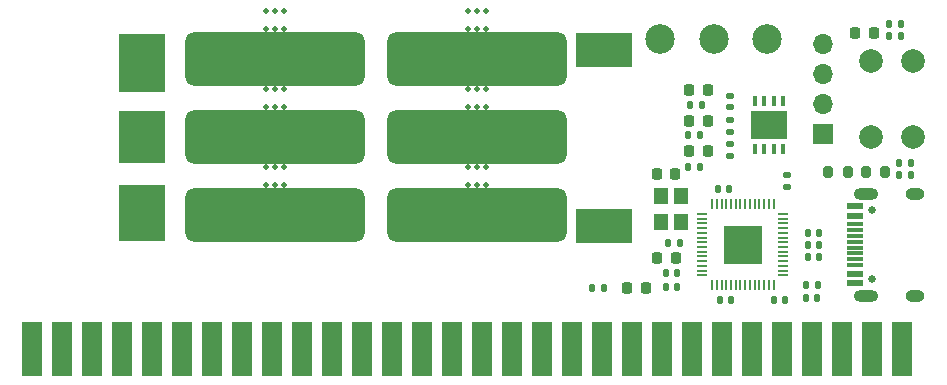
<source format=gbr>
%TF.GenerationSoftware,KiCad,Pcbnew,7.99.0-3012-g423a5b9961*%
%TF.CreationDate,2023-10-30T13:08:26-04:00*%
%TF.ProjectId,anyesc,616e7965-7363-42e6-9b69-6361645f7063,V1.0*%
%TF.SameCoordinates,Original*%
%TF.FileFunction,Soldermask,Top*%
%TF.FilePolarity,Negative*%
%FSLAX46Y46*%
G04 Gerber Fmt 4.6, Leading zero omitted, Abs format (unit mm)*
G04 Created by KiCad (PCBNEW 7.99.0-3012-g423a5b9961) date 2023-10-30 13:08:26*
%MOMM*%
%LPD*%
G01*
G04 APERTURE LIST*
G04 Aperture macros list*
%AMRoundRect*
0 Rectangle with rounded corners*
0 $1 Rounding radius*
0 $2 $3 $4 $5 $6 $7 $8 $9 X,Y pos of 4 corners*
0 Add a 4 corners polygon primitive as box body*
4,1,4,$2,$3,$4,$5,$6,$7,$8,$9,$2,$3,0*
0 Add four circle primitives for the rounded corners*
1,1,$1+$1,$2,$3*
1,1,$1+$1,$4,$5*
1,1,$1+$1,$6,$7*
1,1,$1+$1,$8,$9*
0 Add four rect primitives between the rounded corners*
20,1,$1+$1,$2,$3,$4,$5,0*
20,1,$1+$1,$4,$5,$6,$7,0*
20,1,$1+$1,$6,$7,$8,$9,0*
20,1,$1+$1,$8,$9,$2,$3,0*%
G04 Aperture macros list end*
%ADD10RoundRect,0.800000X6.800000X1.500000X-6.800000X1.500000X-6.800000X-1.500000X6.800000X-1.500000X0*%
%ADD11RoundRect,0.140000X0.170000X-0.140000X0.170000X0.140000X-0.170000X0.140000X-0.170000X-0.140000X0*%
%ADD12RoundRect,0.050000X-0.050000X0.387500X-0.050000X-0.387500X0.050000X-0.387500X0.050000X0.387500X0*%
%ADD13RoundRect,0.050000X-0.387500X0.050000X-0.387500X-0.050000X0.387500X-0.050000X0.387500X0.050000X0*%
%ADD14R,3.200000X3.200000*%
%ADD15RoundRect,0.135000X0.185000X-0.135000X0.185000X0.135000X-0.185000X0.135000X-0.185000X-0.135000X0*%
%ADD16RoundRect,0.218750X0.218750X0.256250X-0.218750X0.256250X-0.218750X-0.256250X0.218750X-0.256250X0*%
%ADD17C,2.000000*%
%ADD18C,0.500000*%
%ADD19RoundRect,0.225000X0.225000X0.250000X-0.225000X0.250000X-0.225000X-0.250000X0.225000X-0.250000X0*%
%ADD20RoundRect,0.140000X-0.140000X-0.170000X0.140000X-0.170000X0.140000X0.170000X-0.140000X0.170000X0*%
%ADD21RoundRect,0.140000X0.140000X0.170000X-0.140000X0.170000X-0.140000X-0.170000X0.140000X-0.170000X0*%
%ADD22RoundRect,0.218750X-0.218750X-0.256250X0.218750X-0.256250X0.218750X0.256250X-0.218750X0.256250X0*%
%ADD23RoundRect,0.135000X0.135000X0.185000X-0.135000X0.185000X-0.135000X-0.185000X0.135000X-0.185000X0*%
%ADD24RoundRect,0.135000X-0.135000X-0.185000X0.135000X-0.185000X0.135000X0.185000X-0.135000X0.185000X0*%
%ADD25R,1.700000X1.700000*%
%ADD26O,1.700000X1.700000*%
%ADD27R,0.304800X0.863600*%
%ADD28R,3.098800X2.387600*%
%ADD29R,4.750000X2.950000*%
%ADD30R,3.950000X4.900000*%
%ADD31R,3.950000X4.450000*%
%ADD32R,3.950000X4.850000*%
%ADD33RoundRect,0.135000X-0.185000X0.135000X-0.185000X-0.135000X0.185000X-0.135000X0.185000X0.135000X0*%
%ADD34C,2.500000*%
%ADD35RoundRect,0.200000X-0.200000X-0.275000X0.200000X-0.275000X0.200000X0.275000X-0.200000X0.275000X0*%
%ADD36RoundRect,0.200000X0.200000X0.275000X-0.200000X0.275000X-0.200000X-0.275000X0.200000X-0.275000X0*%
%ADD37R,1.200000X1.400000*%
%ADD38RoundRect,0.225000X-0.225000X-0.250000X0.225000X-0.250000X0.225000X0.250000X-0.225000X0.250000X0*%
%ADD39R,1.651000X4.572000*%
%ADD40C,0.650000*%
%ADD41R,1.450000X0.600000*%
%ADD42R,1.450000X0.300000*%
%ADD43O,2.100000X1.000000*%
%ADD44O,1.600000X1.000000*%
G04 APERTURE END LIST*
D10*
%TO.C,H5*%
X130665000Y-108640400D03*
%TD*%
D11*
%TO.C,C14*%
X169178999Y-99479000D03*
X169178999Y-98519000D03*
%TD*%
D12*
%TO.C,U1*%
X172882000Y-107693500D03*
X172482000Y-107693500D03*
X172082000Y-107693500D03*
X171682000Y-107693500D03*
X171282000Y-107693500D03*
X170882000Y-107693500D03*
X170482000Y-107693500D03*
X170082000Y-107693500D03*
X169682000Y-107693500D03*
X169282000Y-107693500D03*
X168882000Y-107693500D03*
X168482000Y-107693500D03*
X168082000Y-107693500D03*
X167682000Y-107693500D03*
D13*
X166844500Y-108531000D03*
X166844500Y-108931000D03*
X166844500Y-109331000D03*
X166844500Y-109731000D03*
X166844500Y-110131000D03*
X166844500Y-110531000D03*
X166844500Y-110931000D03*
X166844500Y-111331000D03*
X166844500Y-111731000D03*
X166844500Y-112131000D03*
X166844500Y-112531000D03*
X166844500Y-112931000D03*
X166844500Y-113331000D03*
X166844500Y-113731000D03*
D12*
X167682000Y-114568500D03*
X168082000Y-114568500D03*
X168482000Y-114568500D03*
X168882000Y-114568500D03*
X169282000Y-114568500D03*
X169682000Y-114568500D03*
X170082000Y-114568500D03*
X170482000Y-114568500D03*
X170882000Y-114568500D03*
X171282000Y-114568500D03*
X171682000Y-114568500D03*
X172082000Y-114568500D03*
X172482000Y-114568500D03*
X172882000Y-114568500D03*
D13*
X173719500Y-113731000D03*
X173719500Y-113331000D03*
X173719500Y-112931000D03*
X173719500Y-112531000D03*
X173719500Y-112131000D03*
X173719500Y-111731000D03*
X173719500Y-111331000D03*
X173719500Y-110931000D03*
X173719500Y-110531000D03*
X173719500Y-110131000D03*
X173719500Y-109731000D03*
X173719500Y-109331000D03*
X173719500Y-108931000D03*
X173719500Y-108531000D03*
D14*
X170282000Y-111131000D03*
%TD*%
D15*
%TO.C,R8*%
X169164000Y-101602000D03*
X169164000Y-100582000D03*
%TD*%
D16*
%TO.C,D4*%
X167299500Y-100650000D03*
X165724500Y-100650000D03*
%TD*%
D17*
%TO.C,SW2*%
X184673000Y-95547000D03*
X184673000Y-102047000D03*
%TD*%
D18*
%TO.C,mouse-bite-2mm-slot*%
X131415000Y-99490400D03*
X131415000Y-97990400D03*
X130665000Y-99490400D03*
X130665000Y-97990400D03*
X129915000Y-99490400D03*
X129915000Y-97990400D03*
%TD*%
D19*
%TO.C,C13*%
X164525000Y-105175000D03*
X162975000Y-105175000D03*
%TD*%
D10*
%TO.C,H5*%
X147765000Y-108640400D03*
%TD*%
D20*
%TO.C,C5*%
X172890000Y-115790000D03*
X173850000Y-115790000D03*
%TD*%
D10*
%TO.C,H4*%
X147765000Y-102040400D03*
%TD*%
D21*
%TO.C,C8*%
X164716400Y-114681000D03*
X163756400Y-114681000D03*
%TD*%
D22*
%TO.C,D1*%
X179795999Y-93218000D03*
X181370999Y-93218000D03*
%TD*%
D16*
%TO.C,D3*%
X167299500Y-103240001D03*
X165724500Y-103240001D03*
%TD*%
D20*
%TO.C,C2*%
X175796000Y-111123216D03*
X176756000Y-111123216D03*
%TD*%
D23*
%TO.C,R9*%
X183644000Y-93472000D03*
X182624000Y-93472000D03*
%TD*%
D24*
%TO.C,R3*%
X183528000Y-104206000D03*
X184548000Y-104206000D03*
%TD*%
D18*
%TO.C,mouse-bite-2mm-slot*%
X148515000Y-99490400D03*
X148515000Y-97990400D03*
X147765000Y-99490400D03*
X147765000Y-97990400D03*
X147015000Y-99490400D03*
X147015000Y-97990400D03*
%TD*%
D25*
%TO.C,J2*%
X177053000Y-101783000D03*
D26*
X177053000Y-99243000D03*
X177053000Y-96703000D03*
X177053000Y-94163000D03*
%TD*%
D27*
%TO.C,U2*%
X171280850Y-103050300D03*
X172080950Y-103050300D03*
X172881050Y-103050300D03*
X173681150Y-103050300D03*
D28*
X172481000Y-101031000D03*
D27*
X173681150Y-99011700D03*
X172881050Y-99011700D03*
X172080950Y-99011700D03*
X171280850Y-99011700D03*
%TD*%
D11*
%TO.C,C7*%
X173990000Y-106222800D03*
X173990000Y-105262800D03*
%TD*%
D23*
%TO.C,R2*%
X184548000Y-105222000D03*
X183528000Y-105222000D03*
%TD*%
D24*
%TO.C,R1*%
X182624000Y-92456000D03*
X183644000Y-92456000D03*
%TD*%
D29*
%TO.C,U3*%
X158540000Y-109515400D03*
X158540000Y-94615400D03*
D30*
X119390000Y-95740400D03*
D31*
X119390000Y-102015400D03*
D32*
X119390000Y-108465400D03*
%TD*%
D23*
%TO.C,R12*%
X166693188Y-101861312D03*
X165673188Y-101861312D03*
%TD*%
D33*
%TO.C,R7*%
X169164000Y-102612001D03*
X169164000Y-103632001D03*
%TD*%
D34*
%TO.C,TP3*%
X163254000Y-93726000D03*
%TD*%
D18*
%TO.C,mouse-bite-2mm-slot*%
X148515000Y-106090400D03*
X148515000Y-104590400D03*
X147765000Y-106090400D03*
X147765000Y-104590400D03*
X147015000Y-106090400D03*
X147015000Y-104590400D03*
%TD*%
D35*
%TO.C,R4*%
X177498000Y-104968000D03*
X179148000Y-104968000D03*
%TD*%
D36*
%TO.C,R5*%
X182323000Y-104968000D03*
X180673000Y-104968000D03*
%TD*%
D21*
%TO.C,C6*%
X169278000Y-115790000D03*
X168318000Y-115790000D03*
%TD*%
D24*
%TO.C,R10*%
X157478000Y-114808000D03*
X158498000Y-114808000D03*
%TD*%
D20*
%TO.C,C11*%
X175643600Y-114554000D03*
X176603600Y-114554000D03*
%TD*%
D37*
%TO.C,Y1*%
X165040000Y-109230000D03*
X165040000Y-107030000D03*
X163340000Y-107030000D03*
X163340000Y-109230000D03*
%TD*%
D18*
%TO.C,mouse-bite-2mm-slot*%
X131415000Y-92890400D03*
X131415000Y-91390400D03*
X130665000Y-92890400D03*
X130665000Y-91390400D03*
X129915000Y-92890400D03*
X129915000Y-91390400D03*
%TD*%
D23*
%TO.C,R11*%
X166693188Y-104528312D03*
X165673188Y-104528312D03*
%TD*%
D34*
%TO.C,TP2*%
X167804000Y-93726000D03*
%TD*%
D23*
%TO.C,R13*%
X166820188Y-99321312D03*
X165800188Y-99321312D03*
%TD*%
D16*
%TO.C,D2*%
X162051999Y-114808000D03*
X160476999Y-114808000D03*
%TD*%
D18*
%TO.C,mouse-bite-2mm-slot*%
X148515000Y-92890400D03*
X148515000Y-91390400D03*
X147765000Y-92890400D03*
X147765000Y-91390400D03*
X147015000Y-92890400D03*
X147015000Y-91390400D03*
%TD*%
D16*
%TO.C,D5*%
X167299500Y-98059999D03*
X165724500Y-98059999D03*
%TD*%
D10*
%TO.C,H6*%
X130665000Y-95440400D03*
%TD*%
D38*
%TO.C,C12*%
X163050000Y-112250000D03*
X164600000Y-112250000D03*
%TD*%
D39*
%TO.C,J3*%
X110124000Y-119954000D03*
X112664000Y-119954000D03*
X115204000Y-119954000D03*
X117744000Y-119954000D03*
X120284000Y-119954000D03*
X122824000Y-119954000D03*
X125364000Y-119954000D03*
X127904000Y-119954000D03*
X130444000Y-119954000D03*
X132984000Y-119954000D03*
X135524000Y-119954000D03*
X138064000Y-119954000D03*
X140604000Y-119954000D03*
X143144000Y-119954000D03*
X145684000Y-119954000D03*
X148224000Y-119954000D03*
X150764000Y-119954000D03*
X153304000Y-119954000D03*
X155844000Y-119954000D03*
X158384000Y-119954000D03*
X160924000Y-119954000D03*
X163464000Y-119954000D03*
X166004000Y-119954000D03*
X168544000Y-119954000D03*
X171084000Y-119954000D03*
X173624000Y-119954000D03*
X176164000Y-119954000D03*
X178704000Y-119954000D03*
X181244000Y-119954000D03*
X183784000Y-119954000D03*
%TD*%
D10*
%TO.C,H4*%
X130665000Y-102040400D03*
%TD*%
D21*
%TO.C,C3*%
X164716400Y-113538000D03*
X163756400Y-113538000D03*
%TD*%
D20*
%TO.C,C10*%
X175796000Y-110107216D03*
X176756000Y-110107216D03*
%TD*%
D21*
%TO.C,C1*%
X169136000Y-106426000D03*
X168176000Y-106426000D03*
%TD*%
D10*
%TO.C,H6*%
X147765000Y-95440400D03*
%TD*%
D20*
%TO.C,C9*%
X175592800Y-115620800D03*
X176552800Y-115620800D03*
%TD*%
D17*
%TO.C,SW1*%
X181117000Y-95547000D03*
X181117000Y-102047000D03*
%TD*%
D23*
%TO.C,R6*%
X165000400Y-110998000D03*
X163980400Y-110998000D03*
%TD*%
D40*
%TO.C,J1*%
X181244000Y-114019210D03*
X181244000Y-108239210D03*
D41*
X179799000Y-114379210D03*
X179799000Y-113579210D03*
D42*
X179799000Y-112379210D03*
X179799000Y-111379210D03*
X179799000Y-110879210D03*
X179799000Y-109879210D03*
D41*
X179799000Y-108679210D03*
X179799000Y-107879210D03*
X179799000Y-107879210D03*
X179799000Y-108679210D03*
D42*
X179799000Y-109379210D03*
X179799000Y-110379210D03*
X179799000Y-111879210D03*
X179799000Y-112879210D03*
D41*
X179799000Y-113579210D03*
X179799000Y-114379210D03*
D43*
X180714000Y-115449210D03*
D44*
X184894000Y-115449210D03*
D43*
X180714000Y-106809210D03*
D44*
X184894000Y-106809210D03*
%TD*%
D34*
%TO.C,TP1*%
X172354000Y-93726000D03*
%TD*%
D20*
%TO.C,C4*%
X175796000Y-112139216D03*
X176756000Y-112139216D03*
%TD*%
D18*
%TO.C,mouse-bite-2mm-slot*%
X131415000Y-106090400D03*
X131415000Y-104590400D03*
X130665000Y-106090400D03*
X130665000Y-104590400D03*
X129915000Y-106090400D03*
X129915000Y-104590400D03*
%TD*%
M02*

</source>
